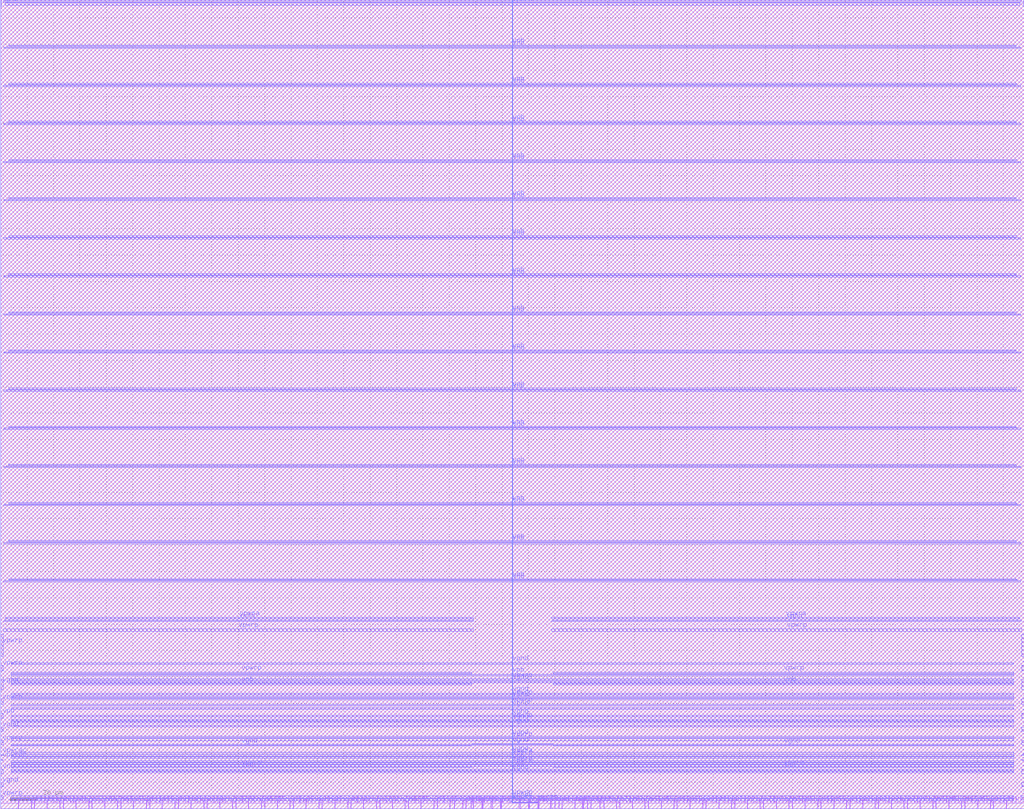
<source format=lef>
VERSION 5.7 ;
  NOWIREEXTENSIONATPIN ON ;
  DIVIDERCHAR "/" ;
  BUSBITCHARS "[]" ;
MACRO CF_SRAM_1024x32
  CLASS BLOCK ;
  FOREIGN CF_SRAM_1024x32 ;
  ORIGIN 0.000 0.000 ;
  SIZE 387.870 BY 306.775 ;
  PIN WLOFF
    PORT
      LAYER met1 ;
        RECT 193.805 306.055 194.065 306.775 ;
        RECT 203.450 3.000 203.705 3.675 ;
        RECT 203.445 0.000 203.705 3.000 ;
      LAYER met2 ;
        RECT 193.750 306.465 194.120 306.745 ;
        RECT 193.750 2.420 194.120 2.490 ;
        RECT 203.415 2.420 203.735 2.480 ;
        RECT 193.750 2.280 203.735 2.420 ;
        RECT 193.750 2.210 194.120 2.280 ;
        RECT 203.415 2.220 203.735 2.280 ;
      LAYER met3 ;
        RECT 193.770 306.440 194.100 306.770 ;
        RECT 193.785 2.515 194.085 306.440 ;
        RECT 193.770 2.185 194.100 2.515 ;
    END
  END WLOFF
  PIN DO[16]
    DIRECTION OUTPUT ;
    USE SIGNAL ;
    PORT
      LAYER met1 ;
        RECT 211.405 0.000 211.635 3.500 ;
    END
  END DO[16]
  PIN BEN[16]
    DIRECTION INPUT ;
    USE SIGNAL ;
    PORT
      LAYER met1 ;
        RECT 217.545 0.000 217.775 3.500 ;
    END
  END BEN[16]
  PIN DO[17]
    DIRECTION OUTPUT ;
    USE SIGNAL ;
    PORT
      LAYER met1 ;
        RECT 222.305 0.000 222.535 3.500 ;
    END
  END DO[17]
  PIN BEN[17]
    DIRECTION INPUT ;
    USE SIGNAL ;
    PORT
      LAYER met1 ;
        RECT 228.445 0.000 228.675 3.500 ;
    END
  END BEN[17]
  PIN DO[18]
    DIRECTION OUTPUT ;
    USE SIGNAL ;
    PORT
      LAYER met1 ;
        RECT 233.205 0.000 233.435 3.500 ;
    END
  END DO[18]
  PIN BEN[18]
    DIRECTION INPUT ;
    USE SIGNAL ;
    PORT
      LAYER met1 ;
        RECT 239.345 0.000 239.575 3.500 ;
    END
  END BEN[18]
  PIN DO[19]
    DIRECTION OUTPUT ;
    USE SIGNAL ;
    PORT
      LAYER met1 ;
        RECT 244.105 0.000 244.335 3.500 ;
    END
  END DO[19]
  PIN BEN[19]
    DIRECTION INPUT ;
    USE SIGNAL ;
    PORT
      LAYER met1 ;
        RECT 250.245 0.000 250.475 3.500 ;
    END
  END BEN[19]
  PIN DO[20]
    DIRECTION OUTPUT ;
    USE SIGNAL ;
    PORT
      LAYER met1 ;
        RECT 255.005 0.000 255.235 3.500 ;
    END
  END DO[20]
  PIN BEN[20]
    DIRECTION INPUT ;
    USE SIGNAL ;
    PORT
      LAYER met1 ;
        RECT 261.145 0.000 261.375 3.500 ;
    END
  END BEN[20]
  PIN DO[21]
    DIRECTION OUTPUT ;
    USE SIGNAL ;
    PORT
      LAYER met1 ;
        RECT 265.905 0.000 266.135 3.500 ;
    END
  END DO[21]
  PIN BEN[21]
    DIRECTION INPUT ;
    USE SIGNAL ;
    PORT
      LAYER met1 ;
        RECT 272.045 0.000 272.275 3.500 ;
    END
  END BEN[21]
  PIN DO[22]
    DIRECTION OUTPUT ;
    USE SIGNAL ;
    PORT
      LAYER met1 ;
        RECT 276.805 0.000 277.035 3.500 ;
    END
  END DO[22]
  PIN BEN[22]
    DIRECTION INPUT ;
    USE SIGNAL ;
    PORT
      LAYER met1 ;
        RECT 282.945 0.000 283.175 3.500 ;
    END
  END BEN[22]
  PIN DO[23]
    DIRECTION OUTPUT ;
    USE SIGNAL ;
    PORT
      LAYER met1 ;
        RECT 287.705 0.000 287.935 3.500 ;
    END
  END DO[23]
  PIN BEN[23]
    DIRECTION INPUT ;
    USE SIGNAL ;
    PORT
      LAYER met1 ;
        RECT 293.845 0.000 294.075 3.500 ;
    END
  END BEN[23]
  PIN DO[24]
    DIRECTION OUTPUT ;
    USE SIGNAL ;
    PORT
      LAYER met1 ;
        RECT 298.605 0.000 298.835 3.500 ;
    END
  END DO[24]
  PIN BEN[24]
    DIRECTION INPUT ;
    USE SIGNAL ;
    PORT
      LAYER met1 ;
        RECT 304.745 0.000 304.975 3.500 ;
    END
  END BEN[24]
  PIN DO[25]
    DIRECTION OUTPUT ;
    USE SIGNAL ;
    PORT
      LAYER met1 ;
        RECT 309.505 0.000 309.735 3.500 ;
    END
  END DO[25]
  PIN BEN[25]
    DIRECTION INPUT ;
    USE SIGNAL ;
    PORT
      LAYER met1 ;
        RECT 315.645 0.000 315.875 3.500 ;
    END
  END BEN[25]
  PIN DO[26]
    DIRECTION OUTPUT ;
    USE SIGNAL ;
    PORT
      LAYER met1 ;
        RECT 320.405 0.000 320.635 3.500 ;
    END
  END DO[26]
  PIN BEN[26]
    DIRECTION INPUT ;
    USE SIGNAL ;
    PORT
      LAYER met1 ;
        RECT 326.545 0.000 326.775 3.500 ;
    END
  END BEN[26]
  PIN DO[27]
    DIRECTION OUTPUT ;
    USE SIGNAL ;
    PORT
      LAYER met1 ;
        RECT 331.305 0.000 331.535 3.500 ;
    END
  END DO[27]
  PIN BEN[27]
    DIRECTION INPUT ;
    USE SIGNAL ;
    PORT
      LAYER met1 ;
        RECT 337.445 0.000 337.675 3.500 ;
    END
  END BEN[27]
  PIN DO[28]
    DIRECTION OUTPUT ;
    USE SIGNAL ;
    PORT
      LAYER met1 ;
        RECT 342.205 0.000 342.435 3.500 ;
    END
  END DO[28]
  PIN BEN[28]
    DIRECTION INPUT ;
    USE SIGNAL ;
    PORT
      LAYER met1 ;
        RECT 348.345 0.000 348.575 3.500 ;
    END
  END BEN[28]
  PIN DO[29]
    DIRECTION OUTPUT ;
    USE SIGNAL ;
    PORT
      LAYER met1 ;
        RECT 353.105 0.000 353.335 3.500 ;
    END
  END DO[29]
  PIN BEN[29]
    DIRECTION INPUT ;
    USE SIGNAL ;
    PORT
      LAYER met1 ;
        RECT 359.245 0.000 359.475 3.500 ;
    END
  END BEN[29]
  PIN DO[30]
    DIRECTION OUTPUT ;
    USE SIGNAL ;
    PORT
      LAYER met1 ;
        RECT 364.005 0.000 364.235 3.500 ;
    END
  END DO[30]
  PIN BEN[30]
    DIRECTION INPUT ;
    USE SIGNAL ;
    PORT
      LAYER met1 ;
        RECT 370.145 0.000 370.375 3.500 ;
    END
  END BEN[30]
  PIN DO[31]
    DIRECTION OUTPUT ;
    USE SIGNAL ;
    PORT
      LAYER met1 ;
        RECT 374.905 0.000 375.135 3.500 ;
    END
  END DO[31]
  PIN BEN[31]
    DIRECTION INPUT ;
    USE SIGNAL ;
    PORT
      LAYER met1 ;
        RECT 381.045 0.000 381.275 3.500 ;
    END
  END BEN[31]
  PIN AD[0]
    DIRECTION INPUT ;
    USE SIGNAL ;
    PORT
      LAYER met1 ;
        RECT 199.905 0.000 200.165 3.510 ;
    END
  END AD[0]
  PIN AD[1]
    DIRECTION INPUT ;
    USE SIGNAL ;
    PORT
      LAYER met1 ;
        RECT 196.765 0.000 197.025 3.510 ;
    END
  END AD[1]
  PIN AD[2]
    DIRECTION INPUT ;
    USE SIGNAL ;
    PORT
      LAYER met1 ;
        RECT 196.365 0.000 196.625 3.510 ;
    END
  END AD[2]
  PIN WLBI
    DIRECTION INPUT ;
    USE SIGNAL ;
    PORT
      LAYER met1 ;
        RECT 220.735 0.000 220.975 3.635 ;
    END
  END WLBI
  PIN CLKin
    DIRECTION INPUT ;
    USE SIGNAL ;
    PORT
      LAYER met1 ;
        RECT 227.045 0.000 227.275 3.645 ;
    END
  END CLKin
  PIN EN
    DIRECTION INPUT ;
    USE SIGNAL ;
    PORT
      LAYER met1 ;
        RECT 203.845 0.000 204.105 3.665 ;
    END
  END EN
  PIN R_WB
    DIRECTION INPUT ;
    USE SIGNAL ;
    PORT
      LAYER met1 ;
        RECT 200.305 0.000 200.565 3.505 ;
    END
  END R_WB
  PIN SM
    DIRECTION INPUT ;
    USE SIGNAL ;
    PORT
      LAYER met1 ;
        RECT 208.185 0.000 208.385 3.865 ;
    END
  END SM
  PIN TM
    DIRECTION INPUT ;
    USE SIGNAL ;
    PORT
      LAYER met1 ;
        RECT 220.345 0.000 220.595 3.630 ;
    END
  END TM
  PIN ScanInDR
    DIRECTION INPUT ;
    USE SIGNAL ;
    PORT
      LAYER met1 ;
        RECT 209.885 0.000 210.075 3.785 ;
    END
  END ScanInDR
  PIN ScanOutCC
    DIRECTION OUTPUT ;
    USE SIGNAL ;
    PORT
      LAYER met1 ;
        RECT 208.525 0.000 208.725 3.880 ;
    END
  END ScanOutCC
  PIN ScanInDL
    DIRECTION INPUT ;
    USE SIGNAL ;
    PORT
      LAYER met1 ;
        RECT 171.915 0.000 172.105 4.015 ;
    END
  END ScanInDL
  PIN DO[9]
    DIRECTION OUTPUT ;
    USE SIGNAL ;
    PORT
      LAYER met1 ;
        RECT 78.135 0.000 78.365 3.500 ;
    END
  END DO[9]
  PIN BEN[9]
    DIRECTION INPUT ;
    USE SIGNAL ;
    PORT
      LAYER met1 ;
        RECT 71.995 0.000 72.225 3.500 ;
    END
  END BEN[9]
  PIN DO[10]
    DIRECTION OUTPUT ;
    USE SIGNAL ;
    PORT
      LAYER met1 ;
        RECT 67.235 0.000 67.465 3.500 ;
    END
  END DO[10]
  PIN BEN[10]
    DIRECTION INPUT ;
    USE SIGNAL ;
    PORT
      LAYER met1 ;
        RECT 61.095 0.000 61.325 3.500 ;
    END
  END BEN[10]
  PIN DO[11]
    DIRECTION OUTPUT ;
    USE SIGNAL ;
    PORT
      LAYER met1 ;
        RECT 56.335 0.000 56.565 3.500 ;
    END
  END DO[11]
  PIN BEN[11]
    DIRECTION INPUT ;
    USE SIGNAL ;
    PORT
      LAYER met1 ;
        RECT 50.195 0.000 50.425 3.500 ;
    END
  END BEN[11]
  PIN DO[12]
    DIRECTION OUTPUT ;
    USE SIGNAL ;
    PORT
      LAYER met1 ;
        RECT 45.435 0.000 45.665 3.500 ;
    END
  END DO[12]
  PIN BEN[12]
    DIRECTION INPUT ;
    USE SIGNAL ;
    PORT
      LAYER met1 ;
        RECT 39.295 0.000 39.525 3.500 ;
    END
  END BEN[12]
  PIN DO[13]
    DIRECTION OUTPUT ;
    USE SIGNAL ;
    PORT
      LAYER met1 ;
        RECT 34.535 0.000 34.765 3.500 ;
    END
  END DO[13]
  PIN BEN[13]
    DIRECTION INPUT ;
    USE SIGNAL ;
    PORT
      LAYER met1 ;
        RECT 28.395 0.000 28.625 3.500 ;
    END
  END BEN[13]
  PIN DO[14]
    DIRECTION OUTPUT ;
    USE SIGNAL ;
    PORT
      LAYER met1 ;
        RECT 23.635 0.000 23.865 3.500 ;
    END
  END DO[14]
  PIN BEN[14]
    DIRECTION INPUT ;
    USE SIGNAL ;
    PORT
      LAYER met1 ;
        RECT 17.495 0.000 17.725 3.500 ;
    END
  END BEN[14]
  PIN DO[15]
    DIRECTION OUTPUT ;
    USE SIGNAL ;
    PORT
      LAYER met1 ;
        RECT 12.735 0.000 12.965 3.500 ;
    END
  END DO[15]
  PIN BEN[15]
    DIRECTION INPUT ;
    USE SIGNAL ;
    PORT
      LAYER met1 ;
        RECT 6.595 0.000 6.825 3.500 ;
    END
  END BEN[15]
  PIN BEN[8]
    DIRECTION INPUT ;
    USE SIGNAL ;
    PORT
      LAYER met1 ;
        RECT 82.895 0.000 83.125 3.500 ;
    END
  END BEN[8]
  PIN AD[3]
    DIRECTION INPUT ;
    USE SIGNAL ;
    PORT
      LAYER met1 ;
        RECT 179.065 0.000 179.325 3.620 ;
    END
  END AD[3]
  PIN AD[4]
    DIRECTION INPUT ;
    USE SIGNAL ;
    PORT
      LAYER met1 ;
        RECT 189.685 0.000 189.945 3.575 ;
    END
  END AD[4]
  PIN AD[5]
    DIRECTION INPUT ;
    USE SIGNAL ;
    PORT
      LAYER met1 ;
        RECT 189.285 0.000 189.545 3.590 ;
    END
  END AD[5]
  PIN AD[6]
    DIRECTION INPUT ;
    USE SIGNAL ;
    PORT
      LAYER met1 ;
        RECT 186.145 0.000 186.405 3.535 ;
    END
  END AD[6]
  PIN AD[7]
    DIRECTION INPUT ;
    USE SIGNAL ;
    PORT
      LAYER met1 ;
        RECT 185.745 0.000 186.005 3.550 ;
    END
  END AD[7]
  PIN AD[8]
    DIRECTION INPUT ;
    USE SIGNAL ;
    PORT
      LAYER met1 ;
        RECT 182.605 0.000 182.865 3.610 ;
    END
  END AD[8]
  PIN AD[9]
    DIRECTION INPUT ;
    USE SIGNAL ;
    PORT
      LAYER met1 ;
        RECT 182.205 0.000 182.465 3.605 ;
    END
  END AD[9]
  PIN ScanInCC
    DIRECTION INPUT ;
    USE SIGNAL ;
    PORT
      LAYER met1 ;
        RECT 178.140 0.000 178.400 3.630 ;
    END
  END ScanInCC
  PIN DO[0]
    DIRECTION OUTPUT ;
    USE SIGNAL ;
    PORT
      LAYER met1 ;
        RECT 176.235 0.000 176.465 3.500 ;
    END
  END DO[0]
  PIN BEN[0]
    DIRECTION INPUT ;
    USE SIGNAL ;
    PORT
      LAYER met1 ;
        RECT 170.095 0.000 170.325 3.500 ;
    END
  END BEN[0]
  PIN DO[1]
    DIRECTION OUTPUT ;
    USE SIGNAL ;
    PORT
      LAYER met1 ;
        RECT 165.335 0.000 165.565 3.500 ;
    END
  END DO[1]
  PIN BEN[1]
    DIRECTION INPUT ;
    USE SIGNAL ;
    PORT
      LAYER met1 ;
        RECT 159.195 0.000 159.425 3.500 ;
    END
  END BEN[1]
  PIN DO[2]
    DIRECTION OUTPUT ;
    USE SIGNAL ;
    PORT
      LAYER met1 ;
        RECT 154.435 0.000 154.665 3.500 ;
    END
  END DO[2]
  PIN BEN[2]
    DIRECTION INPUT ;
    USE SIGNAL ;
    PORT
      LAYER met1 ;
        RECT 148.295 0.000 148.525 3.500 ;
    END
  END BEN[2]
  PIN DO[3]
    DIRECTION OUTPUT ;
    USE SIGNAL ;
    PORT
      LAYER met1 ;
        RECT 143.535 0.000 143.765 3.500 ;
    END
  END DO[3]
  PIN BEN[3]
    DIRECTION INPUT ;
    USE SIGNAL ;
    PORT
      LAYER met1 ;
        RECT 137.395 0.000 137.625 3.500 ;
    END
  END BEN[3]
  PIN DO[4]
    DIRECTION OUTPUT ;
    USE SIGNAL ;
    PORT
      LAYER met1 ;
        RECT 132.635 0.000 132.865 3.500 ;
    END
  END DO[4]
  PIN BEN[4]
    DIRECTION INPUT ;
    USE SIGNAL ;
    PORT
      LAYER met1 ;
        RECT 126.495 0.000 126.725 3.500 ;
    END
  END BEN[4]
  PIN DO[5]
    DIRECTION OUTPUT ;
    USE SIGNAL ;
    PORT
      LAYER met1 ;
        RECT 121.735 0.000 121.965 3.500 ;
    END
  END DO[5]
  PIN BEN[5]
    DIRECTION INPUT ;
    USE SIGNAL ;
    PORT
      LAYER met1 ;
        RECT 115.595 0.000 115.825 3.500 ;
    END
  END BEN[5]
  PIN DO[6]
    DIRECTION OUTPUT ;
    USE SIGNAL ;
    PORT
      LAYER met1 ;
        RECT 110.835 0.000 111.065 3.500 ;
    END
  END DO[6]
  PIN BEN[6]
    DIRECTION INPUT ;
    USE SIGNAL ;
    PORT
      LAYER met1 ;
        RECT 104.695 0.000 104.925 3.500 ;
    END
  END BEN[6]
  PIN DO[7]
    DIRECTION OUTPUT ;
    USE SIGNAL ;
    PORT
      LAYER met1 ;
        RECT 99.935 0.000 100.165 3.500 ;
    END
  END DO[7]
  PIN BEN[7]
    DIRECTION INPUT ;
    USE SIGNAL ;
    PORT
      LAYER met1 ;
        RECT 93.795 0.000 94.025 3.500 ;
    END
  END BEN[7]
  PIN DO[8]
    DIRECTION OUTPUT ;
    USE SIGNAL ;
    PORT
      LAYER met1 ;
        RECT 89.035 0.000 89.265 3.500 ;
    END
  END DO[8]
  PIN DI[3]
    DIRECTION INPUT ;
    USE SIGNAL ;
    PORT
      LAYER met1 ;
        RECT 142.275 0.000 142.505 3.430 ;
    END
  END DI[3]
  PIN DI[12]
    DIRECTION INPUT ;
    USE SIGNAL ;
    PORT
      LAYER met1 ;
        RECT 44.175 0.000 44.405 3.430 ;
    END
  END DI[12]
  PIN DI[0]
    DIRECTION INPUT ;
    USE SIGNAL ;
    PORT
      LAYER met1 ;
        RECT 174.975 0.000 175.205 3.430 ;
    END
  END DI[0]
  PIN DI[4]
    DIRECTION INPUT ;
    USE SIGNAL ;
    PORT
      LAYER met1 ;
        RECT 131.375 0.000 131.605 3.430 ;
    END
  END DI[4]
  PIN DI[14]
    DIRECTION INPUT ;
    USE SIGNAL ;
    PORT
      LAYER met1 ;
        RECT 22.375 0.000 22.605 3.430 ;
    END
  END DI[14]
  PIN DI[11]
    DIRECTION INPUT ;
    USE SIGNAL ;
    PORT
      LAYER met1 ;
        RECT 55.075 0.000 55.305 3.430 ;
    END
  END DI[11]
  PIN DI[5]
    DIRECTION INPUT ;
    USE SIGNAL ;
    PORT
      LAYER met1 ;
        RECT 120.475 0.000 120.705 3.430 ;
    END
  END DI[5]
  PIN DI[1]
    DIRECTION INPUT ;
    USE SIGNAL ;
    PORT
      LAYER met1 ;
        RECT 164.075 0.000 164.305 3.430 ;
    END
  END DI[1]
  PIN DI[9]
    DIRECTION INPUT ;
    USE SIGNAL ;
    PORT
      LAYER met1 ;
        RECT 76.875 0.000 77.105 3.430 ;
    END
  END DI[9]
  PIN DI[6]
    DIRECTION INPUT ;
    USE SIGNAL ;
    PORT
      LAYER met1 ;
        RECT 109.575 0.000 109.805 3.430 ;
    END
  END DI[6]
  PIN DI[15]
    DIRECTION INPUT ;
    USE SIGNAL ;
    PORT
      LAYER met1 ;
        RECT 11.475 0.000 11.705 3.430 ;
    END
  END DI[15]
  PIN DI[2]
    DIRECTION INPUT ;
    USE SIGNAL ;
    PORT
      LAYER met1 ;
        RECT 153.175 0.000 153.405 3.430 ;
    END
  END DI[2]
  PIN DI[7]
    DIRECTION INPUT ;
    USE SIGNAL ;
    PORT
      LAYER met1 ;
        RECT 98.675 0.000 98.905 3.430 ;
    END
  END DI[7]
  PIN DI[13]
    DIRECTION INPUT ;
    USE SIGNAL ;
    PORT
      LAYER met1 ;
        RECT 33.275 0.000 33.505 3.430 ;
    END
  END DI[13]
  PIN DI[10]
    DIRECTION INPUT ;
    USE SIGNAL ;
    PORT
      LAYER met1 ;
        RECT 65.975 0.000 66.205 3.430 ;
    END
  END DI[10]
  PIN DI[8]
    DIRECTION INPUT ;
    USE SIGNAL ;
    PORT
      LAYER met1 ;
        RECT 87.775 0.000 88.005 3.430 ;
    END
  END DI[8]
  PIN DI[23]
    DIRECTION INPUT ;
    USE SIGNAL ;
    PORT
      LAYER met1 ;
        RECT 288.965 0.000 289.195 3.430 ;
    END
  END DI[23]
  PIN DI[27]
    DIRECTION INPUT ;
    USE SIGNAL ;
    PORT
      LAYER met1 ;
        RECT 332.565 0.000 332.795 3.430 ;
    END
  END DI[27]
  PIN DI[19]
    DIRECTION INPUT ;
    USE SIGNAL ;
    PORT
      LAYER met1 ;
        RECT 245.365 0.000 245.595 3.430 ;
    END
  END DI[19]
  PIN DI[21]
    DIRECTION INPUT ;
    USE SIGNAL ;
    PORT
      LAYER met1 ;
        RECT 267.165 0.000 267.395 3.430 ;
    END
  END DI[21]
  PIN DI[28]
    DIRECTION INPUT ;
    USE SIGNAL ;
    PORT
      LAYER met1 ;
        RECT 343.465 0.000 343.695 3.430 ;
    END
  END DI[28]
  PIN DI[24]
    DIRECTION INPUT ;
    USE SIGNAL ;
    PORT
      LAYER met1 ;
        RECT 299.865 0.000 300.095 3.430 ;
    END
  END DI[24]
  PIN DI[18]
    DIRECTION INPUT ;
    USE SIGNAL ;
    PORT
      LAYER met1 ;
        RECT 234.465 0.000 234.695 3.430 ;
    END
  END DI[18]
  PIN DI[29]
    DIRECTION INPUT ;
    USE SIGNAL ;
    PORT
      LAYER met1 ;
        RECT 354.365 0.000 354.595 3.430 ;
    END
  END DI[29]
  PIN DI[16]
    DIRECTION INPUT ;
    USE SIGNAL ;
    PORT
      LAYER met1 ;
        RECT 212.665 0.000 212.895 3.430 ;
    END
  END DI[16]
  PIN DI[25]
    DIRECTION INPUT ;
    USE SIGNAL ;
    PORT
      LAYER met1 ;
        RECT 310.765 0.000 310.995 3.430 ;
    END
  END DI[25]
  PIN DI[30]
    DIRECTION INPUT ;
    USE SIGNAL ;
    PORT
      LAYER met1 ;
        RECT 365.265 0.000 365.495 3.430 ;
    END
  END DI[30]
  PIN DI[22]
    DIRECTION INPUT ;
    USE SIGNAL ;
    PORT
      LAYER met1 ;
        RECT 278.065 0.000 278.295 3.430 ;
    END
  END DI[22]
  PIN DI[20]
    DIRECTION INPUT ;
    USE SIGNAL ;
    PORT
      LAYER met1 ;
        RECT 256.265 0.000 256.495 3.430 ;
    END
  END DI[20]
  PIN DI[26]
    DIRECTION INPUT ;
    USE SIGNAL ;
    PORT
      LAYER met1 ;
        RECT 321.665 0.000 321.895 3.430 ;
    END
  END DI[26]
  PIN DI[17]
    DIRECTION INPUT ;
    USE SIGNAL ;
    PORT
      LAYER met1 ;
        RECT 223.565 0.000 223.795 3.430 ;
    END
  END DI[17]
  PIN DI[31]
    DIRECTION INPUT ;
    USE SIGNAL ;
    PORT
      LAYER met1 ;
        RECT 376.165 0.000 376.395 3.430 ;
    END
  END DI[31]
  PIN vnb
    DIRECTION INPUT ;
    USE GROUND ;
    PORT
      LAYER met2 ;
        RECT 1.230 273.890 386.640 274.360 ;
    END
    PORT
      LAYER met2 ;
        RECT 1.230 259.440 386.640 259.910 ;
    END
    PORT
      LAYER met2 ;
        RECT 1.230 244.990 386.640 245.460 ;
    END
    PORT
      LAYER met2 ;
        RECT 1.230 230.540 386.640 231.010 ;
    END
    PORT
      LAYER met2 ;
        RECT 1.230 216.090 386.640 216.560 ;
    END
    PORT
      LAYER met2 ;
        RECT 1.230 201.640 386.640 202.110 ;
    END
    PORT
      LAYER met2 ;
        RECT 1.230 187.190 386.640 187.660 ;
    END
    PORT
      LAYER met2 ;
        RECT 1.230 172.740 386.640 173.210 ;
    END
    PORT
      LAYER met2 ;
        RECT 1.230 158.290 386.640 158.760 ;
    END
    PORT
      LAYER met2 ;
        RECT 1.230 288.340 386.640 288.810 ;
    END
    PORT
      LAYER met2 ;
        RECT 1.230 143.840 386.640 144.310 ;
    END
    PORT
      LAYER met2 ;
        RECT 1.230 129.390 386.640 129.860 ;
    END
    PORT
      LAYER met2 ;
        RECT 1.230 114.940 386.640 115.410 ;
    END
    PORT
      LAYER met2 ;
        RECT 1.230 100.490 386.640 100.960 ;
    END
    PORT
      LAYER met2 ;
        RECT 1.230 86.040 386.640 86.510 ;
    END
    PORT
      LAYER met2 ;
        RECT 4.030 46.925 178.430 47.565 ;
    END
    PORT
      LAYER met2 ;
        RECT 4.030 14.355 383.840 14.935 ;
    END
    PORT
      LAYER met2 ;
        RECT 4.030 14.295 178.430 14.355 ;
    END
    PORT
      LAYER met2 ;
        RECT 0.000 13.355 0.960 14.935 ;
    END
    PORT
      LAYER met2 ;
        RECT 209.440 14.295 383.840 14.355 ;
    END
    PORT
      LAYER met2 ;
        RECT 386.910 13.355 387.870 14.935 ;
    END
    PORT
      LAYER met2 ;
        RECT 209.440 46.925 383.840 47.565 ;
    END
  END vnb
  PIN vpwrm
    DIRECTION INPUT ;
    USE POWER ;
    PORT
      LAYER met2 ;
        RECT 4.030 15.865 383.840 16.745 ;
    END
    PORT
      LAYER met2 ;
        RECT 4.030 15.745 178.430 15.865 ;
    END
    PORT
      LAYER met2 ;
        RECT 209.440 15.745 383.840 15.865 ;
    END
  END vpwrm
  PIN vpwra
    DIRECTION INPUT ;
    USE POWER ;
    PORT
      LAYER met2 ;
        RECT 1.780 304.655 386.090 305.655 ;
    END
    PORT
      LAYER met2 ;
        RECT 1.780 72.040 179.080 72.510 ;
    END
    PORT
      LAYER met2 ;
        RECT 0.000 52.260 0.960 54.440 ;
    END
    PORT
      LAYER met2 ;
        RECT 4.030 19.895 383.840 20.595 ;
    END
    PORT
      LAYER met2 ;
        RECT 208.790 72.040 386.090 72.510 ;
    END
    PORT
      LAYER met2 ;
        RECT 386.910 52.260 387.870 54.440 ;
    END
  END vpwra
  PIN vpwrp
    DIRECTION INPUT ;
    USE POWER ;
    PORT
      LAYER met2 ;
        RECT 0.980 67.265 179.080 68.265 ;
    END
    PORT
      LAYER met2 ;
        RECT 0.000 57.860 0.980 66.205 ;
    END
    PORT
      LAYER met2 ;
        RECT 4.030 51.175 178.430 51.815 ;
    END
    PORT
      LAYER met2 ;
        RECT 4.030 48.605 383.840 49.245 ;
    END
    PORT
      LAYER met2 ;
        RECT 4.030 42.015 383.840 42.655 ;
    END
    PORT
      LAYER met2 ;
        RECT 0.000 39.535 0.960 41.645 ;
    END
    PORT
      LAYER met2 ;
        RECT 4.030 39.050 383.840 39.690 ;
    END
    PORT
      LAYER met2 ;
        RECT 4.030 33.320 383.840 33.960 ;
    END
    PORT
      LAYER met2 ;
        RECT 4.030 25.810 383.840 26.710 ;
    END
    PORT
      LAYER met2 ;
        RECT 0.000 24.310 0.960 25.890 ;
    END
    PORT
      LAYER met2 ;
        RECT 4.030 19.165 383.840 19.745 ;
    END
    PORT
      LAYER met2 ;
        RECT 4.030 16.895 383.840 17.475 ;
    END
    PORT
      LAYER met2 ;
        RECT 4.030 4.010 383.840 4.880 ;
    END
    PORT
      LAYER met2 ;
        RECT 0.000 3.360 0.960 4.935 ;
    END
    PORT
      LAYER met2 ;
        RECT 208.790 67.265 386.890 68.265 ;
    END
    PORT
      LAYER met2 ;
        RECT 386.910 24.310 387.870 25.890 ;
    END
    PORT
      LAYER met2 ;
        RECT 386.890 57.860 387.870 66.205 ;
    END
    PORT
      LAYER met2 ;
        RECT 209.440 51.175 383.840 51.815 ;
    END
    PORT
      LAYER met2 ;
        RECT 386.910 3.360 387.870 4.935 ;
    END
    PORT
      LAYER met2 ;
        RECT 386.910 39.535 387.870 41.645 ;
    END
  END vpwrp
  PIN vgnd
    DIRECTION INPUT ;
    USE GROUND ;
    PORT
      LAYER met2 ;
        RECT 387.590 304.050 387.870 306.315 ;
    END
    PORT
      LAYER met2 ;
        RECT 1.140 305.795 386.730 306.315 ;
    END
    PORT
      LAYER met2 ;
        RECT 0.000 304.050 0.280 306.315 ;
    END
    PORT
      LAYER met2 ;
        RECT 1.140 71.000 179.080 71.470 ;
    END
    PORT
      LAYER met2 ;
        RECT 4.030 54.815 383.840 55.365 ;
    END
    PORT
      LAYER met2 ;
        RECT 4.030 47.765 383.840 48.405 ;
    END
    PORT
      LAYER met2 ;
        RECT 0.000 45.065 0.960 48.840 ;
    END
    PORT
      LAYER met2 ;
        RECT 4.030 43.205 383.840 43.845 ;
    END
    PORT
      LAYER met2 ;
        RECT 4.030 41.285 383.840 41.865 ;
    END
    PORT
      LAYER met2 ;
        RECT 4.030 37.675 383.840 38.315 ;
    END
    PORT
      LAYER met2 ;
        RECT 4.030 34.785 383.840 35.425 ;
    END
    PORT
      LAYER met2 ;
        RECT 4.030 32.590 383.840 33.170 ;
    END
    PORT
      LAYER met2 ;
        RECT 4.030 31.070 383.840 31.650 ;
    END
    PORT
      LAYER met2 ;
        RECT 0.000 29.310 0.960 30.890 ;
    END
    PORT
      LAYER met2 ;
        RECT 4.030 26.860 383.840 27.440 ;
    END
    PORT
      LAYER met2 ;
        RECT 4.030 24.110 383.840 24.370 ;
    END
    PORT
      LAYER met2 ;
        RECT 4.030 23.790 178.430 24.110 ;
    END
    PORT
      LAYER met2 ;
        RECT 178.430 24.370 209.440 24.690 ;
    END
    PORT
      LAYER met2 ;
        RECT 4.030 20.745 383.840 21.325 ;
    END
    PORT
      LAYER met2 ;
        RECT 4.030 13.565 383.840 14.145 ;
    END
    PORT
      LAYER met2 ;
        RECT 0.000 8.355 0.960 9.935 ;
    END
    PORT
      LAYER met2 ;
        RECT 4.030 3.000 383.840 3.870 ;
    END
    PORT
      LAYER met2 ;
        RECT 386.910 45.065 387.870 48.840 ;
    END
    PORT
      LAYER met2 ;
        RECT 386.910 29.310 387.870 30.890 ;
    END
    PORT
      LAYER met2 ;
        RECT 209.440 23.790 383.840 24.110 ;
    END
    PORT
      LAYER met2 ;
        RECT 208.790 71.000 386.730 71.470 ;
    END
    PORT
      LAYER met2 ;
        RECT 386.910 8.355 387.870 9.935 ;
    END
  END vgnd
  PIN vpb
    DIRECTION INPUT ;
    USE POWER ;
    PORT
      LAYER met2 ;
        RECT 3.010 289.075 384.860 289.545 ;
    END
    PORT
      LAYER met2 ;
        RECT 3.010 274.625 384.860 275.095 ;
    END
    PORT
      LAYER met2 ;
        RECT 3.010 260.175 384.860 260.645 ;
    END
    PORT
      LAYER met2 ;
        RECT 3.010 245.725 384.860 246.195 ;
    END
    PORT
      LAYER met2 ;
        RECT 3.010 231.275 384.860 231.745 ;
    END
    PORT
      LAYER met2 ;
        RECT 3.010 216.825 384.860 217.295 ;
    END
    PORT
      LAYER met2 ;
        RECT 3.010 202.375 384.860 202.845 ;
    END
    PORT
      LAYER met2 ;
        RECT 3.010 187.925 384.860 188.395 ;
    END
    PORT
      LAYER met2 ;
        RECT 3.010 173.475 384.860 173.945 ;
    END
    PORT
      LAYER met2 ;
        RECT 3.010 159.025 384.860 159.495 ;
    END
    PORT
      LAYER met2 ;
        RECT 3.010 144.575 384.860 145.045 ;
    END
    PORT
      LAYER met2 ;
        RECT 3.010 130.125 384.860 130.595 ;
    END
    PORT
      LAYER met2 ;
        RECT 3.010 115.675 384.860 116.145 ;
    END
    PORT
      LAYER met2 ;
        RECT 3.010 101.225 384.860 101.695 ;
    END
    PORT
      LAYER met2 ;
        RECT 3.010 86.775 384.860 87.245 ;
    END
    PORT
      LAYER met2 ;
        RECT 3.900 50.385 383.970 51.025 ;
    END
    PORT
      LAYER met2 ;
        RECT 0.000 34.310 0.960 36.115 ;
    END
    PORT
      LAYER met2 ;
        RECT 4.030 17.625 383.840 18.205 ;
    END
    PORT
      LAYER met2 ;
        RECT 386.910 34.310 387.870 36.115 ;
    END
  END vpb
  PIN vpwrpc
    DIRECTION INPUT ;
    USE SIGNAL ;
    PORT
      LAYER met2 ;
        RECT 0.000 18.355 0.960 18.615 ;
    END
    PORT
      LAYER met2 ;
        RECT 386.910 18.355 387.870 18.615 ;
    END
  END vpwrpc
  PIN vpwrac
    DIRECTION INPUT ;
    USE SIGNAL ;
    PORT
      LAYER met2 ;
        RECT 0.000 20.235 0.960 20.495 ;
    END
    PORT
      LAYER met2 ;
        RECT 386.910 20.235 387.870 20.495 ;
    END
  END vpwrac
  OBS
      LAYER met1 ;
        RECT 0.000 2.000 387.870 306.775 ;
      LAYER met2 ;
        RECT 0.000 0.000 387.870 306.775 ;
      LAYER met3 ;
        RECT 193.770 2.185 194.1 306.775 ;
  END
END CF_SRAM_1024x32
END LIBRARY


</source>
